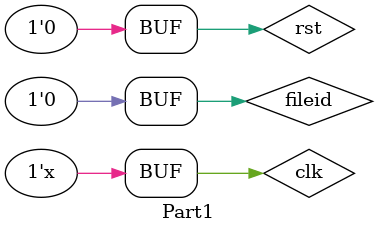
<source format=v>
`timescale 1ns / 1ps


module Part1;

	// Inputs
	reg clk;
	reg rst;
	reg fileid;

	// Outputs
	wire [31:0] PCOUT;
	wire [31:0] branchAdd;
	wire [31:0] PCSrc_mux;
	wire [31:0] INST;
	wire [3:0] aluop_ID_EXE;
	wire [31:0] rdata1;
	wire [31:0] rdata2;
	wire [31:0] rdata1_ID_EXE;
	wire [31:0] rdata2_ID_EXE;
	wire [31:0] imm_ID_EXE;
	wire [31:0] ALUSrc_mux;
	wire [31:0] rdata2_EXE_MEM;
	wire alusrc_ID_EXE;
	wire [31:0] aluout;
	wire [31:0] aluout_EXE_MEM;
	wire [31:0] dm_out;
	wire [4:0] waddr_ID_EXE;
	wire [4:0] waddr_EXE_MEM;
	wire [4:0] waddr_MEM_WB;
	wire [31:0] memtoReg_mux;

	// Instantiate the Unit Under Test (UUT)
	pipelined_regfile_4stage uut (
		.clk(clk), 
		.rst(rst), 
		.fileid(fileid), 
		.PCOUT(PCOUT), 
		.branchAdd(branchAdd), 
		.PCSrc_mux(PCSrc_mux), 
		.INST(INST), 
		.aluop_ID_EXE(aluop_ID_EXE), 
		.rdata1(rdata1), 
		.rdata2(rdata2), 
		.rdata1_ID_EXE(rdata1_ID_EXE), 
		.rdata2_ID_EXE(rdata2_ID_EXE), 
		.imm_ID_EXE(imm_ID_EXE), 
		.ALUSrc_mux(ALUSrc_mux), 
		.rdata2_EXE_MEM(rdata2_EXE_MEM), 
		.alusrc_ID_EXE(alusrc_ID_EXE), 
		.aluout(aluout), 
		.aluout_EXE_MEM(aluout_EXE_MEM), 
		.dm_out(dm_out), 
		.waddr_ID_EXE(waddr_ID_EXE), 
		.waddr_EXE_MEM(waddr_EXE_MEM), 
		.waddr_MEM_WB(waddr_MEM_WB), 
		.memtoReg_mux(memtoReg_mux)
	);

always #15 clk = ~clk;
	initial begin
		// Initialize Inputs
		clk = 0;
		rst = 0;
		fileid = 0;


		// Wait 100 ns for global reset to finish
		#100;
        
		// Add stimulus here
#25 rst =1;
#25 rst=0;

	end
      
endmodule


</source>
